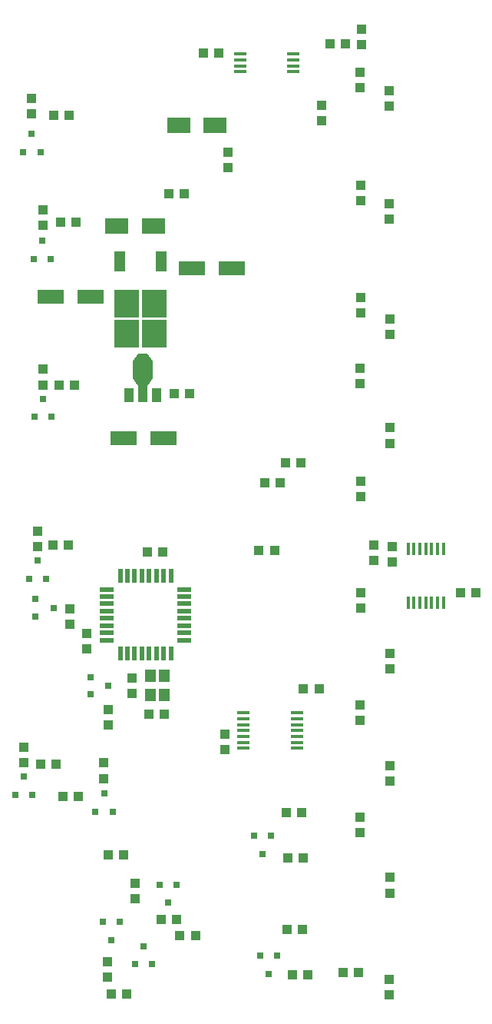
<source format=gtp>
G04 #@! TF.GenerationSoftware,KiCad,Pcbnew,(5.99.0-11177-g6c67dfa032)*
G04 #@! TF.CreationDate,2021-08-04T13:50:32-07:00*
G04 #@! TF.ProjectId,SCMv3,53434d76-332e-46b6-9963-61645f706362,rev?*
G04 #@! TF.SameCoordinates,Original*
G04 #@! TF.FileFunction,Paste,Top*
G04 #@! TF.FilePolarity,Positive*
%FSLAX46Y46*%
G04 Gerber Fmt 4.6, Leading zero omitted, Abs format (unit mm)*
G04 Created by KiCad (PCBNEW (5.99.0-11177-g6c67dfa032)) date 2021-08-04 13:50:32*
%MOMM*%
%LPD*%
G01*
G04 APERTURE LIST*
G04 Aperture macros list*
%AMOutline4P*
0 Free polygon, 4 corners , with rotation*
0 The origin of the aperture is its center*
0 number of corners: always 4*
0 $1 to $8 corner X, Y*
0 $9 Rotation angle, in degrees counterclockwise*
0 create outline with 4 corners*
4,1,4,$1,$2,$3,$4,$5,$6,$7,$8,$1,$2,$9*%
G04 Aperture macros list end*
%ADD10R,0.800100X0.800100*%
%ADD11R,2.750000X3.050000*%
%ADD12R,1.200000X2.200000*%
%ADD13R,1.000000X1.000000*%
%ADD14R,1.150000X1.400000*%
%ADD15R,2.499360X1.800860*%
%ADD16R,1.450000X0.450000*%
%ADD17R,0.450000X1.450000*%
%ADD18R,3.000000X1.600000*%
%ADD19R,1.000000X1.500000*%
%ADD20Outline4P,-1.100000X-0.500000X1.100000X-0.500000X0.400000X0.500000X-0.400000X0.500000X180.000000*%
%ADD21Outline4P,-1.100000X-0.425000X1.100000X-0.425000X0.500000X0.425000X-0.500000X0.425000X0.000000*%
%ADD22R,1.000000X1.800000*%
%ADD23R,2.200000X1.840000*%
%ADD24R,0.550000X1.600000*%
%ADD25R,1.600000X0.550000*%
G04 APERTURE END LIST*
D10*
X33720000Y-104269240D03*
X31820000Y-104269240D03*
X32770000Y-106268220D03*
X18040000Y-105230760D03*
X19940000Y-105230760D03*
X18990000Y-103231780D03*
X33040000Y-91099240D03*
X31140000Y-91099240D03*
X32090000Y-93098220D03*
X16350000Y-100539240D03*
X14450000Y-100539240D03*
X15400000Y-102538220D03*
D11*
X17115000Y-35795000D03*
X20165000Y-32445000D03*
X20165000Y-35795000D03*
X17115000Y-32445000D03*
D12*
X20920000Y-27820000D03*
X16360000Y-27820000D03*
D13*
X42860000Y-39610000D03*
X42860000Y-41310000D03*
X53950000Y-64320000D03*
X55650000Y-64320000D03*
D14*
X21240000Y-75550000D03*
X19740000Y-73450000D03*
X21240000Y-73450000D03*
X19740000Y-75550000D03*
D13*
X46110000Y-35850000D03*
X46110000Y-34150000D03*
X46070000Y-108620000D03*
X46070000Y-106920000D03*
X7870000Y-22160000D03*
X7870000Y-23860000D03*
X28300000Y-15800000D03*
X28300000Y-17500000D03*
X17710000Y-73690000D03*
X17710000Y-75390000D03*
X22640000Y-100310000D03*
X20940000Y-100310000D03*
X46180000Y-85060000D03*
X46180000Y-83360000D03*
D10*
X6850000Y-27520760D03*
X8750000Y-27520760D03*
X7800000Y-25521780D03*
D13*
X33410000Y-59660000D03*
X31710000Y-59660000D03*
X42930000Y-21120000D03*
X42930000Y-19420000D03*
D10*
X22650000Y-96459240D03*
X20750000Y-96459240D03*
X21700000Y-98458220D03*
D13*
X7600000Y-83200000D03*
X9300000Y-83200000D03*
X46140000Y-72730000D03*
X46140000Y-71030000D03*
D15*
X16041020Y-23940000D03*
X20038980Y-23940000D03*
D16*
X35900000Y-81440000D03*
X35900000Y-80790000D03*
X35900000Y-80140000D03*
X35900000Y-79490000D03*
X35900000Y-78840000D03*
X35900000Y-78190000D03*
X35900000Y-77540000D03*
X30000000Y-77540000D03*
X30000000Y-78190000D03*
X30000000Y-78840000D03*
X30000000Y-79490000D03*
X30000000Y-80140000D03*
X30000000Y-80790000D03*
X30000000Y-81440000D03*
D13*
X40980000Y-106140000D03*
X42680000Y-106140000D03*
X21100000Y-59810000D03*
X19400000Y-59810000D03*
X21730000Y-20330000D03*
X23430000Y-20330000D03*
X42910000Y-33480000D03*
X42910000Y-31780000D03*
X34830000Y-101380000D03*
X36530000Y-101380000D03*
X9790000Y-23540000D03*
X11490000Y-23540000D03*
X5780000Y-81340000D03*
X5780000Y-83040000D03*
X11740000Y-86780000D03*
X10040000Y-86780000D03*
X34860000Y-93530000D03*
X36560000Y-93530000D03*
D10*
X13670000Y-88430760D03*
X15570000Y-88430760D03*
X14620000Y-86431780D03*
D13*
X27920000Y-81580000D03*
X27920000Y-79880000D03*
X46360000Y-59230000D03*
X46360000Y-60930000D03*
X44400000Y-60730000D03*
X44400000Y-59030000D03*
X21250000Y-77670000D03*
X19550000Y-77670000D03*
X12710000Y-68810000D03*
X12710000Y-70510000D03*
D17*
X52040000Y-59470000D03*
X51390000Y-59470000D03*
X50740000Y-59470000D03*
X50090000Y-59470000D03*
X49440000Y-59470000D03*
X48790000Y-59470000D03*
X48140000Y-59470000D03*
X48140000Y-65370000D03*
X48790000Y-65370000D03*
X49440000Y-65370000D03*
X50090000Y-65370000D03*
X50740000Y-65370000D03*
X51390000Y-65370000D03*
X52040000Y-65370000D03*
D13*
X9000000Y-59080000D03*
X10700000Y-59080000D03*
X9040000Y-11720000D03*
X10740000Y-11720000D03*
D18*
X16730000Y-47330000D03*
X21130000Y-47330000D03*
X13090000Y-31670000D03*
X8690000Y-31670000D03*
D13*
X39540000Y-3890000D03*
X41240000Y-3890000D03*
X17090000Y-108470000D03*
X15390000Y-108470000D03*
X34740000Y-88490000D03*
X36440000Y-88490000D03*
X7310000Y-57530000D03*
X7310000Y-59230000D03*
X38620000Y-10620000D03*
X38620000Y-12320000D03*
D16*
X35510000Y-6945000D03*
X35510000Y-6295000D03*
X35510000Y-5645000D03*
X35510000Y-4995000D03*
X29610000Y-4995000D03*
X29610000Y-5645000D03*
X29610000Y-6295000D03*
X29610000Y-6945000D03*
D13*
X42870000Y-8720000D03*
X42870000Y-7020000D03*
D10*
X5690000Y-15780760D03*
X7590000Y-15780760D03*
X6640000Y-13781780D03*
D13*
X7890000Y-39710000D03*
X7890000Y-41410000D03*
X42890000Y-64340000D03*
X42890000Y-66040000D03*
X42900000Y-52000000D03*
X42900000Y-53700000D03*
D19*
X17370000Y-42580000D03*
D20*
X18870000Y-41176200D03*
D21*
X18870000Y-38433000D03*
D22*
X18870000Y-42433500D03*
D23*
X18870000Y-39766500D03*
D19*
X20370000Y-42580000D03*
D13*
X46110000Y-97370000D03*
X46110000Y-95670000D03*
X16790000Y-93140000D03*
X15090000Y-93140000D03*
X27240000Y-4900000D03*
X25540000Y-4900000D03*
X42840000Y-89020000D03*
X42840000Y-90720000D03*
D15*
X26858980Y-12830000D03*
X22861020Y-12830000D03*
D18*
X24280000Y-28540000D03*
X28680000Y-28540000D03*
D10*
X6920000Y-44930760D03*
X8820000Y-44930760D03*
X7870000Y-42931780D03*
D13*
X6610000Y-9890000D03*
X6610000Y-11590000D03*
X42880000Y-76680000D03*
X42880000Y-78380000D03*
X15020000Y-106650000D03*
X15020000Y-104950000D03*
X14580000Y-84760000D03*
X14580000Y-83060000D03*
X9630000Y-41450000D03*
X11330000Y-41450000D03*
D10*
X13099240Y-73620000D03*
X13099240Y-75520000D03*
X15098220Y-74570000D03*
D13*
X35370000Y-106400000D03*
X37070000Y-106400000D03*
X46140000Y-47840000D03*
X46140000Y-46140000D03*
D10*
X7069240Y-65020000D03*
X7069240Y-66920000D03*
X9068220Y-65970000D03*
D13*
X38320000Y-74930000D03*
X36620000Y-74930000D03*
D10*
X4830000Y-86570760D03*
X6730000Y-86570760D03*
X5780000Y-84571780D03*
D13*
X46040000Y-8990000D03*
X46040000Y-10690000D03*
X46070000Y-23200000D03*
X46070000Y-21500000D03*
X10800000Y-66080000D03*
X10800000Y-67780000D03*
X22990000Y-102080000D03*
X24690000Y-102080000D03*
D24*
X16390000Y-70980000D03*
X17190000Y-70980000D03*
X17990000Y-70980000D03*
X18790000Y-70980000D03*
X19590000Y-70980000D03*
X20390000Y-70980000D03*
X21190000Y-70980000D03*
X21990000Y-70980000D03*
D25*
X23440000Y-69530000D03*
X23440000Y-68730000D03*
X23440000Y-67930000D03*
X23440000Y-67130000D03*
X23440000Y-66330000D03*
X23440000Y-65530000D03*
X23440000Y-64730000D03*
X23440000Y-63930000D03*
D24*
X21990000Y-62480000D03*
X21190000Y-62480000D03*
X20390000Y-62480000D03*
X19590000Y-62480000D03*
X18790000Y-62480000D03*
X17990000Y-62480000D03*
X17190000Y-62480000D03*
X16390000Y-62480000D03*
D25*
X14940000Y-63930000D03*
X14940000Y-64730000D03*
X14940000Y-65530000D03*
X14940000Y-66330000D03*
X14940000Y-67130000D03*
X14940000Y-67930000D03*
X14940000Y-68730000D03*
X14940000Y-69530000D03*
D13*
X18060000Y-97990000D03*
X18060000Y-96290000D03*
X15070000Y-77200000D03*
X15070000Y-78900000D03*
X36360000Y-50000000D03*
X34660000Y-50000000D03*
X22330000Y-42340000D03*
X24030000Y-42340000D03*
D10*
X6350000Y-62760760D03*
X8250000Y-62760760D03*
X7300000Y-60761780D03*
D13*
X42990000Y-2220000D03*
X42990000Y-3920000D03*
X32330000Y-52180000D03*
X34030000Y-52180000D03*
M02*

</source>
